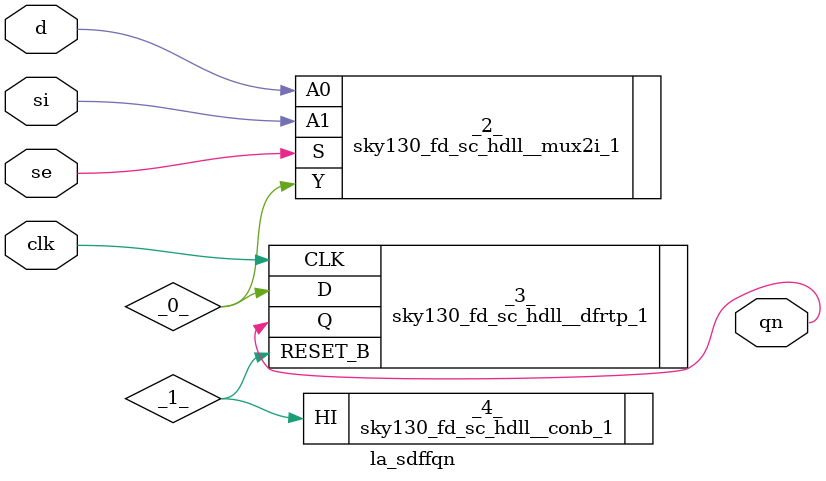
<source format=v>

/* Generated by Yosys 0.38+92 (git sha1 84116c9a3, x86_64-conda-linux-gnu-cc 11.2.0 -fvisibility-inlines-hidden -fmessage-length=0 -march=nocona -mtune=haswell -ftree-vectorize -fPIC -fstack-protector-strong -fno-plt -O2 -ffunction-sections -fdebug-prefix-map=/root/conda-eda/conda-eda/workdir/conda-env/conda-bld/yosys_1708682838165/work=/usr/local/src/conda/yosys-0.38_93_g84116c9a3 -fdebug-prefix-map=/user/projekt_pia/miniconda3/envs/sc=/usr/local/src/conda-prefix -fPIC -Os -fno-merge-constants) */

module la_sdffqn(d, si, se, clk, qn);
  wire _0_;
  wire _1_;
  input clk;
  wire clk;
  input d;
  wire d;
  output qn;
  wire qn;
  input se;
  wire se;
  input si;
  wire si;
  sky130_fd_sc_hdll__mux2i_1 _2_ (
    .A0(d),
    .A1(si),
    .S(se),
    .Y(_0_)
  );
  sky130_fd_sc_hdll__dfrtp_1 _3_ (
    .CLK(clk),
    .D(_0_),
    .Q(qn),
    .RESET_B(_1_)
  );
  sky130_fd_sc_hdll__conb_1 _4_ (
    .HI(_1_)
  );
endmodule

</source>
